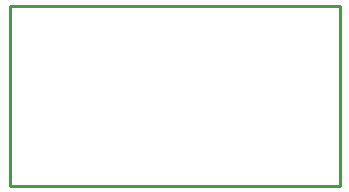
<source format=gko>
G04 ---------------------------- Layer name :KeepOutLayer *
G04 easyEDA 0.1*
G04 Scale: 100 percent, Rotated: No, Reflected: No *
G04 Dimensions in inches *
G04 leading zeros omitted , absolute positions ,2 integer and 4 * 
%FSLAX24Y24*%
%MOIN*%
G90*
G70D02*

%ADD10C,0.010000*%
G54D10*
G01X0Y6000D02*
G01X3780Y6000D01*
G01X11000Y6000D01*
G01X11000Y0D01*
G01X0Y0D01*
G01X0Y6000D01*

%LPD*%

M00*
M02*
</source>
